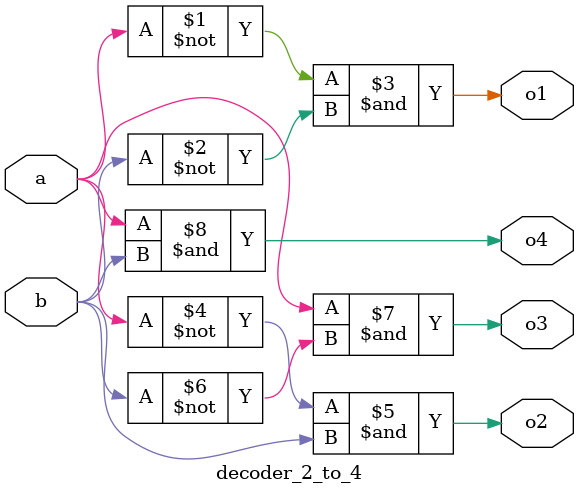
<source format=v>
module decoder_2_to_4(o1,o2,o3,o4,a,b);
input a,b;
output o1,o2,o3,o4;

assign o1= ~a&~b;
assign o2= ~a&b;
assign o3= a&~b;
assign o4= a&b;

endmodule


</source>
